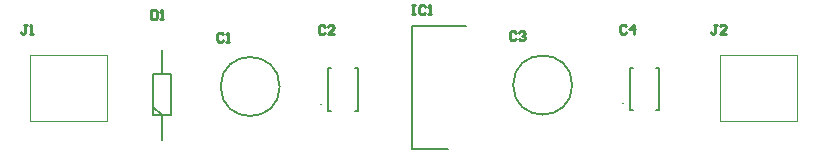
<source format=gto>
G04*
G04 #@! TF.GenerationSoftware,Altium Limited,Altium Designer,25.1.2 (22)*
G04*
G04 Layer_Color=65535*
%FSLAX44Y44*%
%MOMM*%
G71*
G04*
G04 #@! TF.SameCoordinates,34DD9425-CF94-4938-B3C2-8F43EC333B4E*
G04*
G04*
G04 #@! TF.FilePolarity,Positive*
G04*
G01*
G75*
%ADD10C,0.2000*%
%ADD11C,0.1000*%
%ADD12C,0.2540*%
D10*
X243440Y-89060D02*
G03*
X243440Y-89060I-25000J0D01*
G01*
X491090Y-87790D02*
G03*
X491090Y-87790I-25000J0D01*
G01*
X355380Y-38070D02*
X401380D01*
X355380Y-142070D02*
Y-38070D01*
Y-142070D02*
X386080D01*
X136010Y-113510D02*
Y-78510D01*
X151010D01*
Y-113510D02*
Y-78510D01*
X136010Y-113510D02*
X151010D01*
X136010Y-106010D02*
X143510Y-113510D01*
Y-134010D02*
Y-113510D01*
Y-78510D02*
Y-58010D01*
X562450Y-109240D02*
X564950D01*
Y-73240D01*
X562450D02*
X564950D01*
X539950D02*
X542450D01*
X539950Y-109240D02*
Y-73240D01*
Y-109240D02*
X542450D01*
X307180Y-109640D02*
X309680D01*
Y-73640D01*
X307180D02*
X309680D01*
X284680D02*
X287180D01*
X284680Y-109640D02*
Y-73640D01*
Y-109640D02*
X287180D01*
D11*
X534450Y-103740D02*
G03*
X533450Y-103740I-500J0D01*
G01*
D02*
G03*
X534450Y-103740I500J0D01*
G01*
X279180Y-104140D02*
G03*
X278180Y-104140I-500J0D01*
G01*
D02*
G03*
X279180Y-104140I500J0D01*
G01*
X616470Y-117870D02*
Y-62470D01*
X681470D01*
Y-117870D02*
Y-62470D01*
X616470Y-117870D02*
X681470D01*
X32270D02*
Y-62470D01*
X97270D01*
Y-117870D02*
Y-62470D01*
X32270Y-117870D02*
X97270D01*
D12*
X613662Y-36832D02*
X611123D01*
X612393D01*
Y-43180D01*
X611123Y-44450D01*
X609854D01*
X608584Y-43180D01*
X621280Y-44450D02*
X616202D01*
X621280Y-39372D01*
Y-38102D01*
X620010Y-36832D01*
X617471D01*
X616202Y-38102D01*
X29462Y-36832D02*
X26923D01*
X28193D01*
Y-43180D01*
X26923Y-44450D01*
X25654D01*
X24384Y-43180D01*
X32002Y-44450D02*
X34541D01*
X33271D01*
Y-36832D01*
X32002Y-38102D01*
X355092Y-20069D02*
X357631D01*
X356362D01*
Y-27686D01*
X355092D01*
X357631D01*
X366518Y-21338D02*
X365249Y-20069D01*
X362710D01*
X361440Y-21338D01*
Y-26416D01*
X362710Y-27686D01*
X365249D01*
X366518Y-26416D01*
X369058Y-27686D02*
X371597D01*
X370327D01*
Y-20069D01*
X369058Y-21338D01*
X134874Y-24641D02*
Y-32258D01*
X138683D01*
X139952Y-30988D01*
Y-25910D01*
X138683Y-24641D01*
X134874D01*
X142492Y-32258D02*
X145031D01*
X143761D01*
Y-24641D01*
X142492Y-25910D01*
X536954Y-38102D02*
X535685Y-36832D01*
X533146D01*
X531876Y-38102D01*
Y-43180D01*
X533146Y-44450D01*
X535685D01*
X536954Y-43180D01*
X543302Y-44450D02*
Y-36832D01*
X539493Y-40641D01*
X544572D01*
X443482Y-43690D02*
X442213Y-42421D01*
X439674D01*
X438404Y-43690D01*
Y-48768D01*
X439674Y-50038D01*
X442213D01*
X443482Y-48768D01*
X446021Y-43690D02*
X447291Y-42421D01*
X449830D01*
X451100Y-43690D01*
Y-44960D01*
X449830Y-46229D01*
X448561D01*
X449830D01*
X451100Y-47499D01*
Y-48768D01*
X449830Y-50038D01*
X447291D01*
X446021Y-48768D01*
X281684Y-38356D02*
X280415Y-37087D01*
X277876D01*
X276606Y-38356D01*
Y-43434D01*
X277876Y-44704D01*
X280415D01*
X281684Y-43434D01*
X289302Y-44704D02*
X284223D01*
X289302Y-39626D01*
Y-38356D01*
X288032Y-37087D01*
X285493D01*
X284223Y-38356D01*
X195832Y-44960D02*
X194563Y-43691D01*
X192024D01*
X190754Y-44960D01*
Y-50038D01*
X192024Y-51308D01*
X194563D01*
X195832Y-50038D01*
X198372Y-51308D02*
X200911D01*
X199641D01*
Y-43691D01*
X198372Y-44960D01*
M02*

</source>
